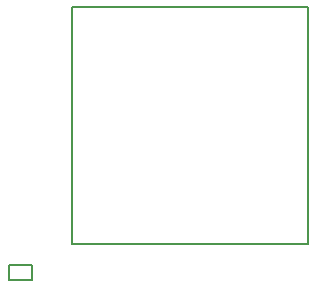
<source format=gbr>
%TF.GenerationSoftware,Altium Limited,Altium Designer,21.9.2 (33)*%
G04 Layer_Color=8388736*
%FSLAX45Y45*%
%MOMM*%
%TF.SameCoordinates,8C9FB855-A7A5-4AEE-82B0-D85B10D48A85*%
%TF.FilePolarity,Positive*%
%TF.FileFunction,Other,Top_3D_Body*%
%TF.Part,Single*%
G01*
G75*
%TA.AperFunction,NonConductor*%
%ADD66C,0.20000*%
D66*
X13224002Y7528204D02*
Y9528200D01*
Y7528204D02*
X15223997D01*
Y9528200D01*
X13224002D02*
X15223997D01*
X12688900Y7346102D02*
X12888901D01*
Y7221103D02*
Y7346102D01*
X12688900Y7221103D02*
X12888901D01*
X12688900D02*
Y7346102D01*
%TF.MD5,df88201dd1e733542e9508d1ba40beae*%
M02*

</source>
